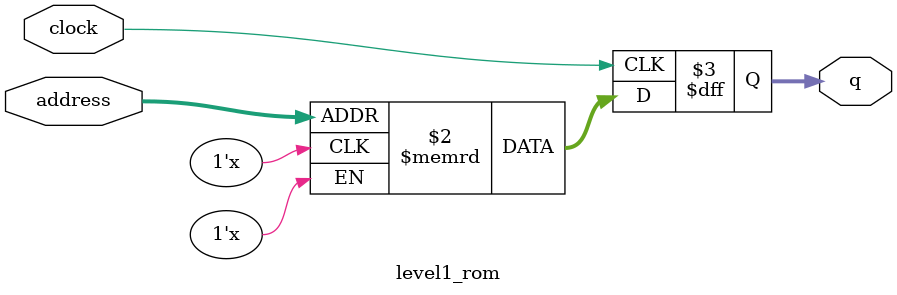
<source format=sv>
module level1_rom (
	input logic clock,
	input logic [10:0] address,
	output logic [5:0] q
);

logic [5:0] memory [0:1199] /* synthesis ram_init_file = "./level1/level1.mif" */;

always_ff @ (posedge clock) begin
	q <= memory[address];
end

endmodule

</source>
